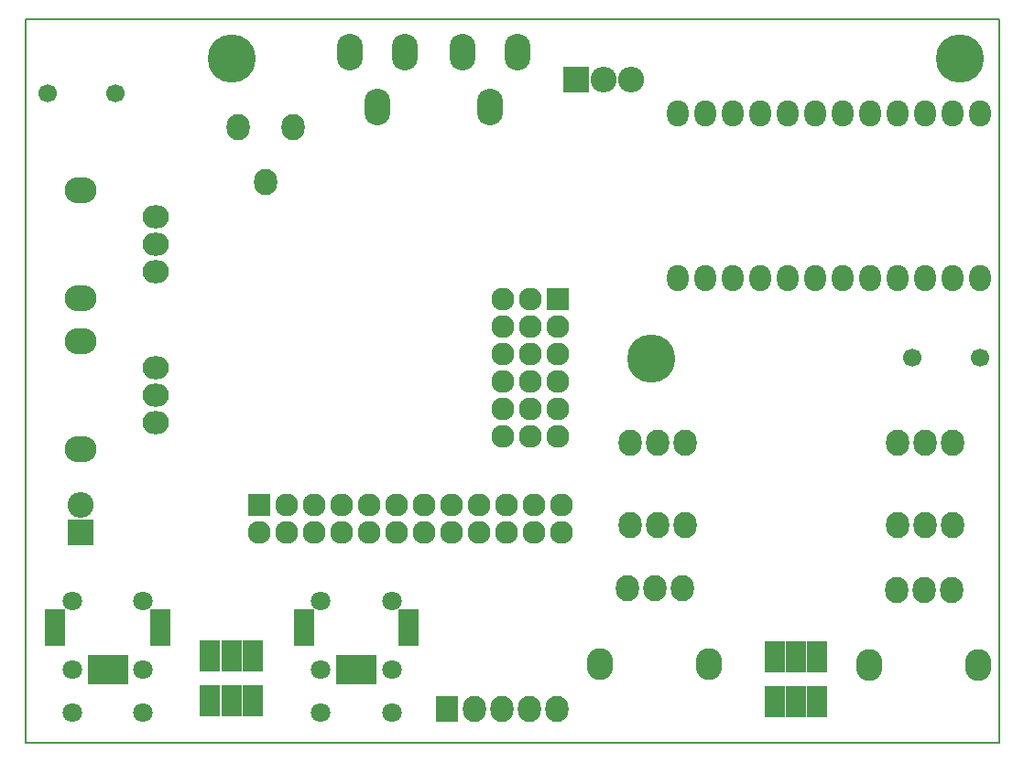
<source format=gbs>
G04 #@! TF.FileFunction,Soldermask,Bot*
%FSLAX46Y46*%
G04 Gerber Fmt 4.6, Leading zero omitted, Abs format (unit mm)*
G04 Created by KiCad (PCBNEW 4.0.5) date 2017 January 20, Friday 16:47:27*
%MOMM*%
%LPD*%
G01*
G04 APERTURE LIST*
%ADD10C,0.100000*%
%ADD11C,0.150000*%
%ADD12C,1.700000*%
%ADD13R,2.127200X2.127200*%
%ADD14O,2.127200X2.127200*%
%ADD15R,2.127200X2.432000*%
%ADD16O,2.127200X2.432000*%
%ADD17C,1.800000*%
%ADD18R,1.900000X3.400000*%
%ADD19R,3.700000X2.700000*%
%ADD20R,2.398980X2.398980*%
%ADD21O,2.398980X2.398980*%
%ADD22O,2.000000X2.400000*%
%ADD23O,2.940000X2.400000*%
%ADD24O,2.432000X2.127200*%
%ADD25O,2.400000X2.940000*%
%ADD26O,2.400000X3.400000*%
%ADD27C,4.464000*%
%ADD28R,1.900000X2.900000*%
G04 APERTURE END LIST*
D10*
D11*
X0Y67000000D02*
X0Y0D01*
X90000000Y67000000D02*
X90000000Y0D01*
X0Y0D02*
X90000000Y0D01*
X0Y67000000D02*
X90000000Y67000000D01*
D12*
X2054420Y60160000D03*
X8354420Y60160000D03*
D13*
X21590000Y22060000D03*
D14*
X21590000Y19520000D03*
X24130000Y22060000D03*
X24130000Y19520000D03*
X26670000Y22060000D03*
X26670000Y19520000D03*
X29210000Y22060000D03*
X29210000Y19520000D03*
X31750000Y22060000D03*
X31750000Y19520000D03*
X34290000Y22060000D03*
X34290000Y19520000D03*
X36830000Y22060000D03*
X36830000Y19520000D03*
X39370000Y22060000D03*
X39370000Y19520000D03*
X41910000Y22060000D03*
X41910000Y19520000D03*
X44450000Y22060000D03*
X44450000Y19520000D03*
X46990000Y22060000D03*
X46990000Y19520000D03*
X49530000Y22060000D03*
X49530000Y19520000D03*
D15*
X38989000Y3137000D03*
D16*
X41529000Y3137000D03*
X44069000Y3137000D03*
X46609000Y3137000D03*
X49149000Y3137000D03*
D12*
X88301000Y35649000D03*
X82001000Y35649000D03*
D17*
X33905000Y2820000D03*
X33905000Y13120000D03*
X33905000Y6820000D03*
X27305000Y6820000D03*
X27305000Y13120000D03*
D18*
X25755000Y10720000D03*
D19*
X30605000Y6820000D03*
D18*
X35455000Y10720000D03*
D17*
X27305000Y2820000D03*
X10920000Y2820000D03*
X10920000Y13120000D03*
X10920000Y6820000D03*
X4320000Y6820000D03*
X4320000Y13120000D03*
D18*
X2770000Y10720000D03*
D19*
X7620000Y6820000D03*
D18*
X12470000Y10720000D03*
D17*
X4320000Y2820000D03*
D14*
X44124880Y28410000D03*
X44124880Y30950000D03*
X49204880Y28410000D03*
X46664880Y28410000D03*
X46664880Y30950000D03*
X49204880Y30950000D03*
D13*
X49204880Y41110000D03*
D14*
X46664880Y41110000D03*
X44124880Y41110000D03*
X49204880Y38570000D03*
X46664880Y38570000D03*
X44124880Y38570000D03*
X49204880Y36030000D03*
X46664880Y36030000D03*
X44124880Y36030000D03*
X49204880Y33490000D03*
X46664880Y33490000D03*
X44124880Y33490000D03*
D20*
X5080000Y19520000D03*
D21*
X5080000Y22060000D03*
X55963820Y61430000D03*
D20*
X50883820Y61430000D03*
D21*
X53423820Y61430000D03*
D22*
X88265000Y58255000D03*
X88265000Y43015000D03*
X85725000Y43015000D03*
X83185000Y43015000D03*
X80645000Y43015000D03*
X78105000Y43015000D03*
X75565000Y43015000D03*
X73025000Y43015000D03*
X70485000Y43015000D03*
X67945000Y43015000D03*
X65405000Y43015000D03*
X62865000Y43015000D03*
X60325000Y43015000D03*
X60325000Y58255000D03*
X62865000Y58255000D03*
X65405000Y58255000D03*
X67945000Y58255000D03*
X70485000Y58255000D03*
X73025000Y58255000D03*
X75565000Y58255000D03*
X78105000Y58255000D03*
X80645000Y58255000D03*
X83185000Y58255000D03*
X85725000Y58255000D03*
D16*
X80645000Y27775000D03*
X80645000Y20155000D03*
X83185000Y20155000D03*
X85725000Y20155000D03*
X85725000Y27775000D03*
X83185000Y27775000D03*
X55880000Y27775000D03*
X55880000Y20155000D03*
X58420000Y20155000D03*
X60960000Y20155000D03*
X60960000Y27775000D03*
X58420000Y27775000D03*
D23*
X5080000Y51190000D03*
D24*
X12080000Y48730000D03*
X12080000Y46190000D03*
X12080000Y43650000D03*
D23*
X5080000Y41190000D03*
X5080000Y37220000D03*
D24*
X12080000Y34760000D03*
X12080000Y32220000D03*
X12080000Y29680000D03*
D23*
X5080000Y27220000D03*
D25*
X78058000Y7201000D03*
D16*
X80518000Y14201000D03*
X83058000Y14201000D03*
X85598000Y14201000D03*
D25*
X88058000Y7201000D03*
X53166000Y7328000D03*
D16*
X55626000Y14328000D03*
X58166000Y14328000D03*
X60706000Y14328000D03*
D25*
X63166000Y7328000D03*
D16*
X19685000Y56985000D03*
X22225000Y51905000D03*
X24765000Y56985000D03*
D26*
X40401240Y63970000D03*
X42941240Y58890000D03*
X45481240Y63970000D03*
X29989780Y63970000D03*
X32529780Y58890000D03*
X35069780Y63970000D03*
D27*
X19050000Y63350240D03*
X86360000Y63350240D03*
X57848500Y35575340D03*
D28*
X21000000Y8090000D03*
X19050000Y8090000D03*
X17100000Y8090000D03*
X17100000Y3890000D03*
X19050000Y3890000D03*
X21000000Y3890000D03*
X73200000Y8000000D03*
X71250000Y8000000D03*
X69300000Y8000000D03*
X69300000Y3800000D03*
X71250000Y3800000D03*
X73200000Y3800000D03*
M02*

</source>
